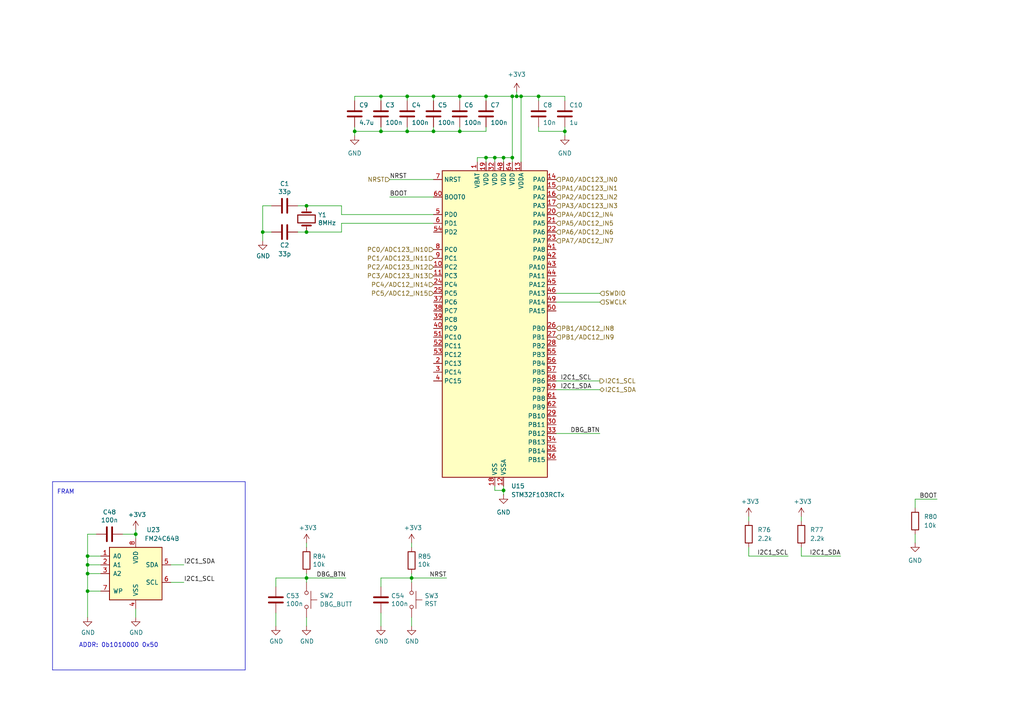
<source format=kicad_sch>
(kicad_sch (version 20250114) (generator "eeschema") (generator_version "9.0")
  (paper "A4")
  (lib_symbols
    (symbol "Device:C" (pin_numbers (hide yes)) (pin_names (offset 0.254))
      (property "Reference" "C" (at 0.635 2.54 0))
      (property "Value" "C" (at 0.635 -2.54 0))
      (symbol "C_0_1"
        (polyline (pts (xy -2.032 0.762) (xy 2.032 0.762)) (stroke (width 0.508)))
        (polyline (pts (xy -2.032 -0.762) (xy 2.032 -0.762)) (stroke (width 0.508)))
      )
      (symbol "C_1_1"
        (pin passive line (at 0 3.81 270) (length 2.794) (name "~") (number "1"))
        (pin passive line (at 0 -3.81 90) (length 2.794) (name "~") (number "2"))
      )
    )
    (symbol "Device:Crystal" (pin_numbers (hide yes)) (pin_names (offset 1.016) (hide yes))
      (property "Reference" "Y" (at 0 3.81 0))
      (property "Value" "Crystal" (at 0 -3.81 0))
      (symbol "Crystal_0_1"
        (polyline (pts (xy -2.54 0) (xy -1.905 0)))
        (polyline (pts (xy -1.905 -1.27) (xy -1.905 1.27)) (stroke (width 0.508)))
        (rectangle (start -1.143 2.54) (end 1.143 -2.54) (stroke (width 0.3048)))
        (polyline (pts (xy 1.905 -1.27) (xy 1.905 1.27)) (stroke (width 0.508)))
        (polyline (pts (xy 2.54 0) (xy 1.905 0)))
      )
      (symbol "Crystal_1_1"
        (pin passive line (at -3.81 0 0) (length 1.27) (name "1") (number "1"))
        (pin passive line (at 3.81 0 180) (length 1.27) (name "2") (number "2"))
      )
    )
    (symbol "Device:R" (pin_numbers (hide yes)) (pin_names (offset 0))
      (property "Reference" "R" (at 2.032 0 90))
      (property "Value" "R" (at 0 0 90))
      (symbol "R_0_1"
        (rectangle (start -1.016 -2.54) (end 1.016 2.54) (stroke (width 0.254)))
      )
      (symbol "R_1_1"
        (pin passive line (at 0 3.81 270) (length 1.27) (name "~") (number "1"))
        (pin passive line (at 0 -3.81 90) (length 1.27) (name "~") (number "2"))
      )
    )
    (symbol "GND_1" (power) (pin_numbers (hide yes)) (pin_names (offset 0) (hide yes))
      (property "Value" "GND" (at 0 -3.81 0))
      (symbol "GND_1_0_1"
        (polyline (pts (xy 0 0) (xy 0 -1.27) (xy 1.27 -1.27) (xy 0 -2.54) (xy -1.27 -1.27) (xy 0 -1.27)))
      )
      (symbol "GND_1_1_1"
        (pin power_in line (at 0 0 270) (length 0) (name "~") (number "1"))
      )
    )
    (symbol "GND_2" (power) (pin_numbers (hide yes)) (pin_names (offset 0) (hide yes))
      (property "Value" "GND" (at 0 -3.81 0))
      (symbol "GND_2_0_1"
        (polyline (pts (xy 0 0) (xy 0 -1.27) (xy 1.27 -1.27) (xy 0 -2.54) (xy -1.27 -1.27) (xy 0 -1.27)))
      )
      (symbol "GND_2_1_1"
        (pin power_in line (at 0 0 270) (length 0) (name "~") (number "1"))
      )
    )
    (symbol "MCU_ST_STM32F1:STM32F103RCTx"
      (property "Reference" "U" (at -15.24 46.99 0))
      (property "Value" "STM32F103RCTx" (at 10.16 46.99 0))
      (symbol "STM32F103RCTx_0_1"
        (rectangle (start -15.24 -43.18) (end 15.24 45.72) (stroke (width 0.254)) (fill (type background)))
      )
      (symbol "STM32F103RCTx_1_1"
        (pin input line (at -17.78 43.18 0) (length 2.54) (name "NRST") (number "7"))
        (pin input line (at -17.78 38.1 0) (length 2.54) (name "BOOT0") (number "60"))
        (pin bidirectional line (at -17.78 33.02 0) (length 2.54) (name "PD0") (number "5"))
        (pin bidirectional line (at -17.78 30.48 0) (length 2.54) (name "PD1") (number "6"))
        (pin bidirectional line (at -17.78 27.94 0) (length 2.54) (name "PD2") (number "54"))
        (pin bidirectional line (at -17.78 22.86 0) (length 2.54) (name "PC0") (number "8"))
        (pin bidirectional line (at -17.78 20.32 0) (length 2.54) (name "PC1") (number "9"))
        (pin bidirectional line (at -17.78 17.78 0) (length 2.54) (name "PC2") (number "10"))
        (pin bidirectional line (at -17.78 15.24 0) (length 2.54) (name "PC3") (number "11"))
        (pin bidirectional line (at -17.78 12.7 0) (length 2.54) (name "PC4") (number "24"))
        (pin bidirectional line (at -17.78 10.16 0) (length 2.54) (name "PC5") (number "25"))
        (pin bidirectional line (at -17.78 7.62 0) (length 2.54) (name "PC6") (number "37"))
        (pin bidirectional line (at -17.78 5.08 0) (length 2.54) (name "PC7") (number "38"))
        (pin bidirectional line (at -17.78 2.54 0) (length 2.54) (name "PC8") (number "39"))
        (pin bidirectional line (at -17.78 0 0) (length 2.54) (name "PC9") (number "40"))
        (pin bidirectional line (at -17.78 -2.54 0) (length 2.54) (name "PC10") (number "51"))
        (pin bidirectional line (at -17.78 -5.08 0) (length 2.54) (name "PC11") (number "52"))
        (pin bidirectional line (at -17.78 -7.62 0) (length 2.54) (name "PC12") (number "53"))
        (pin bidirectional line (at -17.78 -10.16 0) (length 2.54) (name "PC13") (number "2"))
        (pin bidirectional line (at -17.78 -12.7 0) (length 2.54) (name "PC14") (number "3"))
        (pin bidirectional line (at -17.78 -15.24 0) (length 2.54) (name "PC15") (number "4"))
        (pin power_in line (at -5.08 48.26 270) (length 2.54) (name "VBAT") (number "1"))
        (pin power_in line (at -2.54 48.26 270) (length 2.54) (name "VDD") (number "19"))
        (pin power_in line (at 0 48.26 270) (length 2.54) (name "VDD") (number "32"))
        (pin power_in line (at 0 -45.72 90) (length 2.54) (name "VSS") (number "18"))
        (pin passive line (at 0 -45.72 90) (length 2.54) (hide yes) (name "VSS") (number "31"))
        (pin passive line (at 0 -45.72 90) (length 2.54) (hide yes) (name "VSS") (number "47"))
        (pin passive line (at 0 -45.72 90) (length 2.54) (hide yes) (name "VSS") (number "63"))
        (pin power_in line (at 2.54 48.26 270) (length 2.54) (name "VDD") (number "48"))
        (pin power_in line (at 2.54 -45.72 90) (length 2.54) (name "VSSA") (number "12"))
        (pin power_in line (at 5.08 48.26 270) (length 2.54) (name "VDD") (number "64"))
        (pin power_in line (at 7.62 48.26 270) (length 2.54) (name "VDDA") (number "13"))
        (pin bidirectional line (at 17.78 43.18 180) (length 2.54) (name "PA0") (number "14"))
        (pin bidirectional line (at 17.78 40.64 180) (length 2.54) (name "PA1") (number "15"))
        (pin bidirectional line (at 17.78 38.1 180) (length 2.54) (name "PA2") (number "16"))
        (pin bidirectional line (at 17.78 35.56 180) (length 2.54) (name "PA3") (number "17"))
        (pin bidirectional line (at 17.78 33.02 180) (length 2.54) (name "PA4") (number "20"))
        (pin bidirectional line (at 17.78 30.48 180) (length 2.54) (name "PA5") (number "21"))
        (pin bidirectional line (at 17.78 27.94 180) (length 2.54) (name "PA6") (number "22"))
        (pin bidirectional line (at 17.78 25.4 180) (length 2.54) (name "PA7") (number "23"))
        (pin bidirectional line (at 17.78 22.86 180) (length 2.54) (name "PA8") (number "41"))
        (pin bidirectional line (at 17.78 20.32 180) (length 2.54) (name "PA9") (number "42"))
        (pin bidirectional line (at 17.78 17.78 180) (length 2.54) (name "PA10") (number "43"))
        (pin bidirectional line (at 17.78 15.24 180) (length 2.54) (name "PA11") (number "44"))
        (pin bidirectional line (at 17.78 12.7 180) (length 2.54) (name "PA12") (number "45"))
        (pin bidirectional line (at 17.78 10.16 180) (length 2.54) (name "PA13") (number "46"))
        (pin bidirectional line (at 17.78 7.62 180) (length 2.54) (name "PA14") (number "49"))
        (pin bidirectional line (at 17.78 5.08 180) (length 2.54) (name "PA15") (number "50"))
        (pin bidirectional line (at 17.78 0 180) (length 2.54) (name "PB0") (number "26"))
        (pin bidirectional line (at 17.78 -2.54 180) (length 2.54) (name "PB1") (number "27"))
        (pin bidirectional line (at 17.78 -5.08 180) (length 2.54) (name "PB2") (number "28"))
        (pin bidirectional line (at 17.78 -7.62 180) (length 2.54) (name "PB3") (number "55"))
        (pin bidirectional line (at 17.78 -10.16 180) (length 2.54) (name "PB4") (number "56"))
        (pin bidirectional line (at 17.78 -12.7 180) (length 2.54) (name "PB5") (number "57"))
        (pin bidirectional line (at 17.78 -15.24 180) (length 2.54) (name "PB6") (number "58"))
        (pin bidirectional line (at 17.78 -17.78 180) (length 2.54) (name "PB7") (number "59"))
        (pin bidirectional line (at 17.78 -20.32 180) (length 2.54) (name "PB8") (number "61"))
        (pin bidirectional line (at 17.78 -22.86 180) (length 2.54) (name "PB9") (number "62"))
        (pin bidirectional line (at 17.78 -25.4 180) (length 2.54) (name "PB10") (number "29"))
        (pin bidirectional line (at 17.78 -27.94 180) (length 2.54) (name "PB11") (number "30"))
        (pin bidirectional line (at 17.78 -30.48 180) (length 2.54) (name "PB12") (number "33"))
        (pin bidirectional line (at 17.78 -33.02 180) (length 2.54) (name "PB13") (number "34"))
        (pin bidirectional line (at 17.78 -35.56 180) (length 2.54) (name "PB14") (number "35"))
        (pin bidirectional line (at 17.78 -38.1 180) (length 2.54) (name "PB15") (number "36"))
      )
    )
    (symbol "Memory_NVRAM:FM24C64B" (pin_names (offset 1.016))
      (property "Reference" "U" (at -5.08 8.89 0))
      (property "Value" "FM24C64B" (at 6.35 -8.89 0))
      (symbol "FM24C64B_0_1"
        (rectangle (start -7.62 7.62) (end 7.62 -7.62) (stroke (width 0.254)) (fill (type background)))
      )
      (symbol "FM24C64B_1_1"
        (pin input line (at -10.16 5.08 0) (length 2.54) (name "A0") (number "1"))
        (pin input line (at -10.16 2.54 0) (length 2.54) (name "A1") (number "2"))
        (pin input line (at -10.16 0 0) (length 2.54) (name "A2") (number "3"))
        (pin input line (at -10.16 -5.08 0) (length 2.54) (name "WP") (number "7"))
        (pin power_in line (at 0 10.16 270) (length 2.54) (name "VDD") (number "8"))
        (pin power_in line (at 0 -10.16 90) (length 2.54) (name "VSS") (number "4"))
        (pin bidirectional line (at 10.16 2.54 180) (length 2.54) (name "SDA") (number "5"))
        (pin input line (at 10.16 -2.54 180) (length 2.54) (name "SCL") (number "6"))
      )
    )
    (symbol "Switch:SW_Push" (pin_numbers (hide yes)) (pin_names (offset 1.016) (hide yes))
      (property "Reference" "SW" (at 1.27 2.54 0))
      (property "Value" "SW_Push" (at 0 -1.524 0))
      (symbol "SW_Push_0_1"
        (circle (center -2.032 0) (radius 0.508))
        (polyline (pts (xy 0 1.27) (xy 0 3.048)))
        (circle (center 2.032 0) (radius 0.508))
        (polyline (pts (xy 2.54 1.27) (xy -2.54 1.27)))
        (pin passive line (at -5.08 0 0) (length 2.54) (name "1") (number "1"))
        (pin passive line (at 5.08 0 180) (length 2.54) (name "2") (number "2"))
      )
    )
    (symbol "power:+3.3V" (power) (pin_names (offset 0))
      (property "Value" "+3.3V" (at 0 3.556 0))
      (symbol "+3.3V_0_1"
        (polyline (pts (xy -0.762 1.27) (xy 0 2.54)))
        (polyline (pts (xy 0 2.54) (xy 0.762 1.27)))
        (polyline (pts (xy 0 0) (xy 0 2.54)))
      )
      (symbol "+3.3V_1_1"
        (pin power_in line (at 0 0 90) (length 0) (hide yes) (name "+3V3") (number "1"))
      )
    )
    (symbol "power:+3V3" (power) (pin_numbers (hide yes)) (pin_names (offset 0) (hide yes))
      (property "Value" "+3V3" (at 0 3.556 0))
      (symbol "+3V3_0_1"
        (polyline (pts (xy -0.762 1.27) (xy 0 2.54)))
        (polyline (pts (xy 0 2.54) (xy 0.762 1.27)))
        (polyline (pts (xy 0 0) (xy 0 2.54)))
      )
      (symbol "+3V3_1_1"
        (pin power_in line (at 0 0 90) (length 0) (name "~") (number "1"))
      )
    )
    (symbol "power:GND" (power) (pin_names (offset 0))
      (property "Value" "GND" (at 0 -3.81 0))
      (symbol "GND_0_1"
        (polyline (pts (xy 0 0) (xy 0 -1.27) (xy 1.27 -1.27) (xy 0 -2.54) (xy -1.27 -1.27) (xy 0 -1.27)))
      )
      (symbol "GND_1_1"
        (pin power_in line (at 0 0 270) (length 0) (hide yes) (name "GND") (number "1"))
      )
    )
  )
  (text "ADDR: 0b1010000 0x50" (at 22.86 187.96 0) (effects (font (size 1.27 1.27)) (justify left bottom)))
  (text "FRAM" (at 16.51 143.51 0) (effects (font (size 1.27 1.27)) (justify left bottom)))
  (junction (at 140.97 45.72))
  (junction (at 39.37 154.94))
  (junction (at 133.35 27.94))
  (junction (at 146.05 45.72))
  (junction (at 125.73 27.94))
  (junction (at 151.13 27.94))
  (junction (at 88.9 167.64))
  (junction (at 148.59 27.94))
  (junction (at 156.21 27.94))
  (junction (at 125.73 38.1))
  (junction (at 146.05 142.24))
  (junction (at 163.83 38.1))
  (junction (at 149.86 27.94))
  (junction (at 133.35 38.1))
  (junction (at 25.4 166.37))
  (junction (at 118.11 38.1))
  (junction (at 102.87 38.1))
  (junction (at 76.2 67.31))
  (junction (at 148.59 45.72))
  (junction (at 110.49 27.94))
  (junction (at 25.4 163.83))
  (junction (at 143.51 45.72))
  (junction (at 118.11 27.94))
  (junction (at 140.97 27.94))
  (junction (at 119.38 167.64))
  (junction (at 110.49 38.1))
  (junction (at 88.9 67.31))
  (junction (at 88.9 59.69))
  (junction (at 25.4 161.29))
  (junction (at 25.4 171.45))
  (wire (pts (xy 140.97 45.72) (xy 143.51 45.72)))
  (wire (pts (xy 25.4 161.29) (xy 29.21 161.29)))
  (wire (pts (xy 163.83 38.1) (xy 163.83 39.37)))
  (wire (pts (xy 138.43 46.99) (xy 138.43 45.72)))
  (wire (pts (xy 161.29 110.49) (xy 173.99 110.49)))
  (wire (pts (xy 53.34 163.83) (xy 49.53 163.83)))
  (wire (pts (xy 39.37 153.67) (xy 39.37 154.94)))
  (wire (pts (xy 148.59 46.99) (xy 148.59 45.72)))
  (wire (pts (xy 133.35 27.94) (xy 140.97 27.94)))
  (wire (pts (xy 88.9 59.69) (xy 86.36 59.69)))
  (wire (pts (xy 163.83 29.21) (xy 163.83 27.94)))
  (wire (pts (xy 146.05 45.72) (xy 146.05 46.99)))
  (wire (pts (xy 110.49 27.94) (xy 110.49 29.21)))
  (wire (pts (xy 102.87 29.21) (xy 102.87 27.94)))
  (wire (pts (xy 143.51 45.72) (xy 146.05 45.72)))
  (wire (pts (xy 29.21 163.83) (xy 25.4 163.83)))
  (wire (pts (xy 102.87 38.1) (xy 102.87 39.37)))
  (wire (pts (xy 146.05 142.24) (xy 146.05 143.51)))
  (wire (pts (xy 161.29 87.63) (xy 173.99 87.63)))
  (polyline (pts (xy 15.24 139.7) (xy 71.12 139.7)))
  (wire (pts (xy 133.35 38.1) (xy 140.97 38.1)))
  (wire (pts (xy 118.11 27.94) (xy 118.11 29.21)))
  (wire (pts (xy 35.56 154.94) (xy 39.37 154.94)))
  (wire (pts (xy 161.29 85.09) (xy 173.99 85.09)))
  (wire (pts (xy 29.21 171.45) (xy 25.4 171.45)))
  (wire (pts (xy 232.41 161.29) (xy 232.41 158.75)))
  (wire (pts (xy 88.9 167.64) (xy 88.9 166.37)))
  (wire (pts (xy 110.49 27.94) (xy 118.11 27.94)))
  (wire (pts (xy 99.06 62.23) (xy 125.73 62.23)))
  (wire (pts (xy 118.11 27.94) (xy 125.73 27.94)))
  (wire (pts (xy 118.11 36.83) (xy 118.11 38.1)))
  (wire (pts (xy 149.86 26.67) (xy 149.86 27.94)))
  (wire (pts (xy 143.51 45.72) (xy 143.51 46.99)))
  (wire (pts (xy 151.13 27.94) (xy 151.13 46.99)))
  (wire (pts (xy 99.06 64.77) (xy 125.73 64.77)))
  (wire (pts (xy 148.59 27.94) (xy 149.86 27.94)))
  (wire (pts (xy 156.21 38.1) (xy 163.83 38.1)))
  (wire (pts (xy 110.49 36.83) (xy 110.49 38.1)))
  (wire (pts (xy 88.9 158.75) (xy 88.9 157.48)))
  (wire (pts (xy 143.51 142.24) (xy 146.05 142.24)))
  (wire (pts (xy 156.21 36.83) (xy 156.21 38.1)))
  (wire (pts (xy 53.34 168.91) (xy 49.53 168.91)))
  (wire (pts (xy 29.21 166.37) (xy 25.4 166.37)))
  (wire (pts (xy 125.73 38.1) (xy 133.35 38.1)))
  (wire (pts (xy 217.17 161.29) (xy 217.17 158.75)))
  (wire (pts (xy 125.73 36.83) (xy 125.73 38.1)))
  (wire (pts (xy 113.03 52.07) (xy 125.73 52.07)))
  (wire (pts (xy 25.4 166.37) (xy 25.4 163.83)))
  (wire (pts (xy 27.94 154.94) (xy 25.4 154.94)))
  (wire (pts (xy 102.87 36.83) (xy 102.87 38.1)))
  (wire (pts (xy 228.6 161.29) (xy 217.17 161.29)))
  (wire (pts (xy 265.43 144.78) (xy 265.43 147.32)))
  (wire (pts (xy 80.01 181.61) (xy 80.01 177.8)))
  (wire (pts (xy 76.2 67.31) (xy 76.2 59.69)))
  (wire (pts (xy 140.97 36.83) (xy 140.97 38.1)))
  (wire (pts (xy 265.43 154.94) (xy 265.43 157.48)))
  (wire (pts (xy 161.29 113.03) (xy 173.99 113.03)))
  (wire (pts (xy 102.87 38.1) (xy 110.49 38.1)))
  (wire (pts (xy 88.9 168.91) (xy 88.9 167.64)))
  (wire (pts (xy 138.43 45.72) (xy 140.97 45.72)))
  (wire (pts (xy 80.01 167.64) (xy 80.01 170.18)))
  (wire (pts (xy 102.87 27.94) (xy 110.49 27.94)))
  (wire (pts (xy 25.4 163.83) (xy 25.4 161.29)))
  (wire (pts (xy 113.03 57.15) (xy 125.73 57.15)))
  (wire (pts (xy 80.01 167.64) (xy 88.9 167.64)))
  (wire (pts (xy 119.38 167.64) (xy 119.38 166.37)))
  (wire (pts (xy 151.13 27.94) (xy 156.21 27.94)))
  (wire (pts (xy 271.78 144.78) (xy 265.43 144.78)))
  (wire (pts (xy 99.06 62.23) (xy 99.06 59.69)))
  (wire (pts (xy 140.97 27.94) (xy 148.59 27.94)))
  (wire (pts (xy 118.11 38.1) (xy 125.73 38.1)))
  (wire (pts (xy 88.9 67.31) (xy 86.36 67.31)))
  (wire (pts (xy 88.9 167.64) (xy 100.33 167.64)))
  (wire (pts (xy 232.41 149.86) (xy 232.41 151.13)))
  (wire (pts (xy 217.17 149.86) (xy 217.17 151.13)))
  (wire (pts (xy 25.4 171.45) (xy 25.4 166.37)))
  (polyline (pts (xy 71.12 139.7) (xy 71.12 194.31)))
  (wire (pts (xy 25.4 154.94) (xy 25.4 161.29)))
  (wire (pts (xy 125.73 27.94) (xy 125.73 29.21)))
  (polyline (pts (xy 71.12 194.31) (xy 15.24 194.31)))
  (wire (pts (xy 39.37 179.07) (xy 39.37 176.53)))
  (wire (pts (xy 119.38 157.48) (xy 119.38 158.75)))
  (wire (pts (xy 119.38 181.61) (xy 119.38 179.07)))
  (wire (pts (xy 110.49 38.1) (xy 118.11 38.1)))
  (wire (pts (xy 76.2 67.31) (xy 76.2 69.85)))
  (wire (pts (xy 125.73 27.94) (xy 133.35 27.94)))
  (wire (pts (xy 133.35 36.83) (xy 133.35 38.1)))
  (wire (pts (xy 143.51 140.97) (xy 143.51 142.24)))
  (wire (pts (xy 148.59 27.94) (xy 148.59 45.72)))
  (wire (pts (xy 140.97 29.21) (xy 140.97 27.94)))
  (wire (pts (xy 146.05 45.72) (xy 148.59 45.72)))
  (wire (pts (xy 140.97 45.72) (xy 140.97 46.99)))
  (wire (pts (xy 110.49 167.64) (xy 110.49 170.18)))
  (wire (pts (xy 99.06 67.31) (xy 88.9 67.31)))
  (wire (pts (xy 99.06 64.77) (xy 99.06 67.31)))
  (wire (pts (xy 161.29 125.73) (xy 173.99 125.73)))
  (wire (pts (xy 88.9 181.61) (xy 88.9 179.07)))
  (wire (pts (xy 163.83 27.94) (xy 156.21 27.94)))
  (wire (pts (xy 119.38 167.64) (xy 129.54 167.64)))
  (wire (pts (xy 133.35 27.94) (xy 133.35 29.21)))
  (wire (pts (xy 149.86 27.94) (xy 151.13 27.94)))
  (wire (pts (xy 243.84 161.29) (xy 232.41 161.29)))
  (wire (pts (xy 110.49 167.64) (xy 119.38 167.64)))
  (wire (pts (xy 78.74 67.31) (xy 76.2 67.31)))
  (wire (pts (xy 110.49 181.61) (xy 110.49 177.8)))
  (wire (pts (xy 99.06 59.69) (xy 88.9 59.69)))
  (wire (pts (xy 146.05 140.97) (xy 146.05 142.24)))
  (wire (pts (xy 156.21 29.21) (xy 156.21 27.94)))
  (wire (pts (xy 25.4 179.07) (xy 25.4 171.45)))
  (polyline (pts (xy 15.24 194.31) (xy 15.24 139.7)))
  (wire (pts (xy 163.83 36.83) (xy 163.83 38.1)))
  (wire (pts (xy 39.37 154.94) (xy 39.37 156.21)))
  (wire (pts (xy 119.38 168.91) (xy 119.38 167.64)))
  (wire (pts (xy 76.2 59.69) (xy 78.74 59.69)))
  (label "DBG_BTN" (at 100.33 167.64 180))
  (label "I2C1_SDA" (at 162.56 113.03 0))
  (label "BOOT" (at 113.03 57.15 0))
  (label "I2C1_SCL" (at 228.6 161.29 180))
  (label "I2C1_SCL" (at 53.34 168.91 0))
  (label "I2C1_SDA" (at 243.84 161.29 180))
  (label "DBG_BTN" (at 173.99 125.73 180))
  (label "NRST" (at 129.54 167.64 180))
  (label "I2C1_SDA" (at 53.34 163.83 0))
  (label "NRST" (at 113.03 52.07 0))
  (label "I2C1_SCL" (at 162.56 110.49 0))
  (label "BOOT" (at 271.78 144.78 180))
  (hierarchical_label "PA3{slash}ADC123_IN3" (shape input) (at 161.29 59.69 0))
  (hierarchical_label "PC1{slash}ADC123_IN11" (shape input) (at 125.73 74.93 180))
  (hierarchical_label "NRST" (shape input) (at 113.03 52.07 180))
  (hierarchical_label "PC3{slash}ADC123_IN13" (shape input) (at 125.73 80.01 180))
  (hierarchical_label "PA0{slash}ADC123_IN0" (shape input) (at 161.29 52.07 0))
  (hierarchical_label "I2C1_SDA" (shape bidirectional) (at 173.99 113.03 0))
  (hierarchical_label "PA5{slash}ADC12_IN5" (shape input) (at 161.29 64.77 0))
  (hierarchical_label "PC2{slash}ADC123_IN12" (shape input) (at 125.73 77.47 180))
  (hierarchical_label "PC0{slash}ADC123_IN10" (shape input) (at 125.73 72.39 180))
  (hierarchical_label "PA2{slash}ADC123_IN2" (shape input) (at 161.29 57.15 0))
  (hierarchical_label "PA1{slash}ADC123_IN1" (shape input) (at 161.29 54.61 0))
  (hierarchical_label "PB1{slash}ADC12_IN9" (shape input) (at 161.29 97.79 0))
  (hierarchical_label "PC4{slash}ADC12_IN14" (shape input) (at 125.73 82.55 180))
  (hierarchical_label "PA7{slash}ADC12_IN7" (shape input) (at 161.29 69.85 0))
  (hierarchical_label "I2C1_SCL" (shape output) (at 173.99 110.49 0))
  (hierarchical_label "PA4{slash}ADC12_IN4" (shape input) (at 161.29 62.23 0))
  (hierarchical_label "SWDIO" (shape input) (at 173.99 85.09 0))
  (hierarchical_label "SWCLK" (shape input) (at 173.99 87.63 0))
  (hierarchical_label "PB1{slash}ADC12_IN8" (shape input) (at 161.29 95.25 0))
  (hierarchical_label "PC5{slash}ADC12_IN15" (shape input) (at 125.73 85.09 180))
  (hierarchical_label "PA6{slash}ADC12_IN6" (shape input) (at 161.29 67.31 0))
  (symbol (lib_id "Device:C") (at 156.21 33.02 0) (unit 1)
    (property "Reference" "C8" (at 157.48 30.48 0) (effects (justify left)))
    (property "Value" "10n" (at 157.48 35.56 0) (effects (justify left)))
    (property "Footprint" "Capacitor_SMD:C_0603_1608Metric" (effects (hide yes)))
    (property "Description" "Unpolarized capacitor" (effects (hide yes)))
  )
  (symbol (lib_name "GND_2") (lib_id "power:GND") (at 102.87 39.37 0) (unit 1)
    (property "Reference" "#PWR05" (effects (hide yes)))
    (property "Value" "GND" (at 102.87 44.45 0))
    (property "Description" "Power symbol creates a global label with name \"GND\" , ground" (effects (hide yes)))
  )
  (symbol (lib_id "power:GND") (at 76.2 69.85 0) (unit 1)
    (property "Reference" "#PWR01" (effects (hide yes)))
    (property "Value" "GND" (at 76.327 74.2442 0))
  )
  (symbol (lib_id "Device:C") (at 140.97 33.02 0) (unit 1)
    (property "Reference" "C7" (at 142.24 30.48 0) (effects (justify left)))
    (property "Value" "100n" (at 142.24 35.56 0) (effects (justify left)))
    (property "Footprint" "Capacitor_SMD:C_0603_1608Metric" (effects (hide yes)))
    (property "Description" "Unpolarized capacitor" (effects (hide yes)))
  )
  (symbol (lib_id "Device:C") (at 110.49 33.02 0) (unit 1)
    (property "Reference" "C3" (at 111.76 30.48 0) (effects (justify left)))
    (property "Value" "100n" (at 111.76 35.56 0) (effects (justify left)))
    (property "Footprint" "Capacitor_SMD:C_0603_1608Metric" (effects (hide yes)))
    (property "Description" "Unpolarized capacitor" (effects (hide yes)))
  )
  (symbol (lib_id "power:GND") (at 39.37 179.07 0) (unit 1)
    (property "Reference" "#PWR0151" (effects (hide yes)))
    (property "Value" "GND" (at 39.497 183.4642 0))
  )
  (symbol (lib_id "Memory_NVRAM:FM24C64B") (at 39.37 166.37 0) (unit 1)
    (property "Reference" "U23" (at 44.45 153.67 0))
    (property "Value" "FM24C64B" (at 46.99 156.21 0))
    (property "Footprint" "Package_SO:SOIC-8_3.9x4.9mm_P1.27mm" (effects (hide yes)))
    (property "Datasheet" "http://www.cypress.com/file/41651/download" (effects (hide yes)))
  )
  (symbol (lib_id "Device:C") (at 125.73 33.02 0) (unit 1)
    (property "Reference" "C5" (at 127 30.48 0) (effects (justify left)))
    (property "Value" "100n" (at 127 35.56 0) (effects (justify left)))
    (property "Footprint" "Capacitor_SMD:C_0603_1608Metric" (effects (hide yes)))
    (property "Description" "Unpolarized capacitor" (effects (hide yes)))
  )
  (symbol (lib_id "Device:C") (at 31.75 154.94 270) (unit 1)
    (property "Reference" "C48" (at 31.75 148.5392 90))
    (property "Value" "100n" (at 31.75 150.8506 90))
    (property "Footprint" "Capacitor_SMD:C_0603_1608Metric" (effects (hide yes)))
  )
  (symbol (lib_id "power:+3V3") (at 149.86 26.67 0) (unit 1)
    (property "Reference" "#PWR03" (effects (hide yes)))
    (property "Value" "+3V3" (at 149.86 21.59 0))
    (property "Description" "Power symbol creates a global label with name \"+3V3\"" (effects (hide yes)))
  )
  (symbol (lib_id "Device:C") (at 118.11 33.02 0) (unit 1)
    (property "Reference" "C4" (at 119.38 30.48 0) (effects (justify left)))
    (property "Value" "100n" (at 119.38 35.56 0) (effects (justify left)))
    (property "Footprint" "Capacitor_SMD:C_0603_1608Metric" (effects (hide yes)))
    (property "Description" "Unpolarized capacitor" (effects (hide yes)))
  )
  (symbol (lib_id "Device:C") (at 82.55 59.69 270) (unit 1)
    (property "Reference" "C1" (at 82.55 53.2892 90))
    (property "Value" "33p" (at 82.55 55.6006 90))
    (property "Footprint" "Capacitor_SMD:C_0603_1608Metric" (effects (hide yes)))
  )
  (symbol (lib_id "Device:R") (at 232.41 154.94 0) (unit 1)
    (property "Reference" "R77" (at 234.95 153.6699 0) (effects (justify left)))
    (property "Value" "2.2k" (at 234.95 156.2099 0) (effects (justify left)))
    (property "Footprint" "Resistor_SMD:R_0603_1608Metric" (effects (hide yes)))
  )
  (symbol (lib_id "power:+3.3V") (at 119.38 157.48 0) (unit 1)
    (property "Reference" "#PWR0169" (effects (hide yes)))
    (property "Value" "+3V3" (at 119.761 153.0858 0))
  )
  (symbol (lib_name "GND_1") (lib_id "power:GND") (at 146.05 143.51 0) (unit 1)
    (property "Reference" "#PWR02" (effects (hide yes)))
    (property "Value" "GND" (at 146.05 148.59 0))
    (property "Description" "Power symbol creates a global label with name \"GND\" , ground" (effects (hide yes)))
  )
  (symbol (lib_id "Device:C") (at 82.55 67.31 270) (unit 1)
    (property "Reference" "C2" (at 82.55 71.12 90))
    (property "Value" "33p" (at 82.55 73.66 90))
    (property "Footprint" "Capacitor_SMD:C_0603_1608Metric" (effects (hide yes)))
  )
  (symbol (lib_id "Device:C") (at 163.83 33.02 0) (unit 1)
    (property "Reference" "C10" (at 165.1 30.48 0) (effects (justify left)))
    (property "Value" "1u" (at 165.1 35.56 0) (effects (justify left)))
    (property "Footprint" "Capacitor_SMD:C_0603_1608Metric" (effects (hide yes)))
    (property "Description" "Unpolarized capacitor" (effects (hide yes)))
  )
  (symbol (lib_id "Device:C") (at 133.35 33.02 0) (unit 1)
    (property "Reference" "C6" (at 134.62 30.48 0) (effects (justify left)))
    (property "Value" "100n" (at 134.62 35.56 0) (effects (justify left)))
    (property "Footprint" "Capacitor_SMD:C_0603_1608Metric" (effects (hide yes)))
    (property "Description" "Unpolarized capacitor" (effects (hide yes)))
  )
  (symbol (lib_id "Device:R") (at 217.17 154.94 0) (mirror y) (unit 1)
    (property "Reference" "R76" (at 219.71 153.6699 0) (effects (justify right)))
    (property "Value" "2.2k" (at 219.71 156.2099 0) (effects (justify right)))
    (property "Footprint" "Resistor_SMD:R_0603_1608Metric" (effects (hide yes)))
  )
  (symbol (lib_id "Switch:SW_Push") (at 119.38 173.99 270) (unit 1)
    (property "Reference" "SW3" (at 123.1392 172.8216 90) (effects (justify left)))
    (property "Value" "RST" (at 123.1392 175.133 90) (effects (justify left)))
    (property "Footprint" "Button_Switch_SMD:SW_SPST_TL3342" (effects (hide yes)))
  )
  (symbol (lib_name "GND_2") (lib_id "power:GND") (at 163.83 39.37 0) (unit 1)
    (property "Reference" "#PWR04" (effects (hide yes)))
    (property "Value" "GND" (at 163.83 44.45 0))
    (property "Description" "Power symbol creates a global label with name \"GND\" , ground" (effects (hide yes)))
  )
  (symbol (lib_id "power:+3.3V") (at 88.9 157.48 0) (unit 1)
    (property "Reference" "#PWR0166" (effects (hide yes)))
    (property "Value" "+3V3" (at 89.281 153.0858 0))
  )
  (symbol (lib_id "Switch:SW_Push") (at 88.9 173.99 270) (unit 1)
    (property "Reference" "SW2" (at 92.71 172.72 90) (effects (justify left)))
    (property "Value" "DBG_BUTT" (at 92.71 175.26 90) (effects (justify left)))
    (property "Footprint" "Button_Switch_SMD:SW_SPST_TL3342" (effects (hide yes)))
  )
  (symbol (lib_id "Device:R") (at 119.38 162.56 0) (unit 1)
    (property "Reference" "R85" (at 121.158 161.3916 0) (effects (justify left)))
    (property "Value" "10k" (at 121.158 163.703 0) (effects (justify left)))
    (property "Footprint" "Resistor_SMD:R_0603_1608Metric" (effects (hide yes)))
  )
  (symbol (lib_id "power:GND") (at 80.01 181.61 0) (unit 1)
    (property "Reference" "#PWR0165" (effects (hide yes)))
    (property "Value" "GND" (at 80.137 186.0042 0))
  )
  (symbol (lib_id "Device:R") (at 88.9 162.56 0) (unit 1)
    (property "Reference" "R84" (at 90.678 161.3916 0) (effects (justify left)))
    (property "Value" "10k" (at 90.678 163.703 0) (effects (justify left)))
    (property "Footprint" "Resistor_SMD:R_0603_1608Metric" (effects (hide yes)))
  )
  (symbol (lib_id "power:GND") (at 88.9 181.61 0) (unit 1)
    (property "Reference" "#PWR0167" (effects (hide yes)))
    (property "Value" "GND" (at 89.027 186.0042 0))
  )
  (symbol (lib_id "power:GND") (at 119.38 181.61 0) (unit 1)
    (property "Reference" "#PWR0168" (effects (hide yes)))
    (property "Value" "GND" (at 119.507 186.0042 0))
  )
  (symbol (lib_name "GND_1") (lib_id "power:GND") (at 265.43 157.48 0) (unit 1)
    (property "Reference" "#PWR0154" (effects (hide yes)))
    (property "Value" "GND" (at 265.43 162.56 0))
    (property "Description" "Power symbol creates a global label with name \"GND\" , ground" (effects (hide yes)))
  )
  (symbol (lib_id "Device:C") (at 102.87 33.02 0) (unit 1)
    (property "Reference" "C9" (at 104.14 30.48 0) (effects (justify left)))
    (property "Value" "4.7u" (at 104.14 35.56 0) (effects (justify left)))
    (property "Footprint" "Capacitor_SMD:C_0603_1608Metric" (effects (hide yes)))
    (property "Description" "Unpolarized capacitor" (effects (hide yes)))
  )
  (symbol (lib_id "power:GND") (at 110.49 181.61 0) (unit 1)
    (property "Reference" "#PWR0170" (effects (hide yes)))
    (property "Value" "GND" (at 110.617 186.0042 0))
  )
  (symbol (lib_id "power:GND") (at 25.4 179.07 0) (unit 1)
    (property "Reference" "#PWR0149" (effects (hide yes)))
    (property "Value" "GND" (at 25.527 183.4642 0))
  )
  (symbol (lib_id "Device:C") (at 80.01 173.99 0) (unit 1)
    (property "Reference" "C53" (at 82.931 172.8216 0) (effects (justify left)))
    (property "Value" "100n" (at 82.931 175.133 0) (effects (justify left)))
    (property "Footprint" "Capacitor_SMD:C_0603_1608Metric" (effects (hide yes)))
  )
  (symbol (lib_id "Device:Crystal") (at 88.9 63.5 90) (unit 1)
    (property "Reference" "Y1" (at 92.2274 62.3316 90) (effects (justify right)))
    (property "Value" "8MHz" (at 92.2274 64.643 90) (effects (justify right)))
    (property "Footprint" "Crystal:Crystal_SMD_5032-2Pin_5.0x3.2mm" (effects (hide yes)))
  )
  (symbol (lib_id "MCU_ST_STM32F1:STM32F103RCTx") (at 143.51 95.25 0) (unit 1)
    (property "Reference" "U15" (at 148.2441 140.97 0) (effects (justify left)))
    (property "Value" "STM32F103RCTx" (at 148.2441 143.51 0) (effects (justify left)))
    (property "Footprint" "Package_QFP:LQFP-64_10x10mm_P0.5mm" (effects (hide yes)))
    (property "Datasheet" "https://www.st.com/resource/en/datasheet/stm32f103rc.pdf" (effects (hide yes)))
    (property "Description" "STMicroelectronics Arm Cortex-M3 MCU, 256KB flash, 48KB RAM, 72 MHz, 2.0-3.6V, 51 GPIO, LQFP64" (effects (hide yes)))
  )
  (symbol (lib_id "power:+3.3V") (at 39.37 153.67 0) (unit 1)
    (property "Reference" "#PWR0150" (effects (hide yes)))
    (property "Value" "+3V3" (at 39.751 149.2758 0))
  )
  (symbol (lib_id "power:+3.3V") (at 232.41 149.86 0) (unit 1)
    (property "Reference" "#PWR0148" (effects (hide yes)))
    (property "Value" "+3V3" (at 232.791 145.4658 0))
  )
  (symbol (lib_id "Device:R") (at 265.43 151.13 0) (unit 1)
    (property "Reference" "R80" (at 267.97 149.8599 0) (effects (justify left)))
    (property "Value" "10k" (at 267.97 152.3999 0) (effects (justify left)))
    (property "Footprint" "Resistor_SMD:R_0603_1608Metric" (effects (hide yes)))
    (property "Description" "Resistor" (effects (hide yes)))
  )
  (symbol (lib_id "power:+3.3V") (at 217.17 149.86 0) (unit 1)
    (property "Reference" "#PWR0147" (effects (hide yes)))
    (property "Value" "+3V3" (at 217.551 145.4658 0))
  )
  (symbol (lib_id "Device:C") (at 110.49 173.99 0) (unit 1)
    (property "Reference" "C54" (at 113.411 172.8216 0) (effects (justify left)))
    (property "Value" "100n" (at 113.411 175.133 0) (effects (justify left)))
    (property "Footprint" "Capacitor_SMD:C_0603_1608Metric" (effects (hide yes)))
  )
)
</source>
